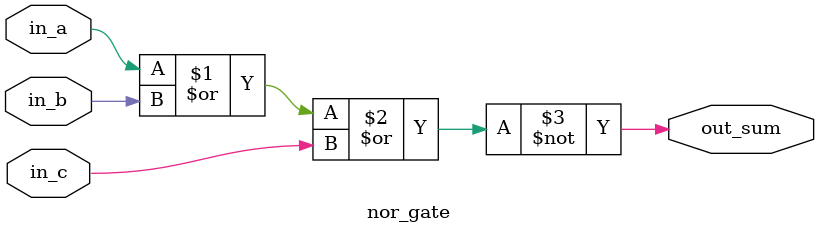
<source format=v>
module nor_gate(
    in_a,
    in_b,
    in_c,
    out_sum
);

input in_a;
input in_b;
input in_c;
output out_sum;

assign out_sum = ~(in_a | in_b | in_c);

endmodule 
</source>
